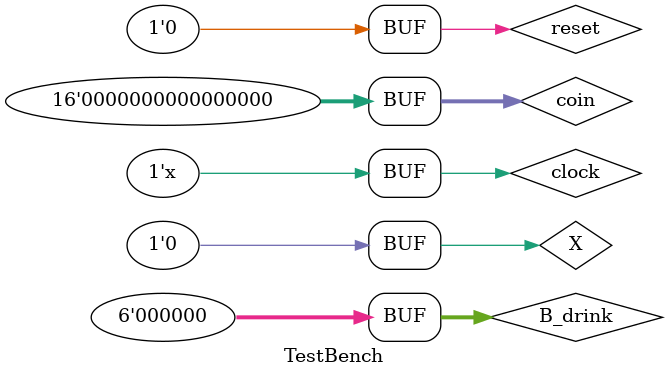
<source format=v>
module TestBench() ;
  
  reg [15:0] coin ;                    // 判斷是否有投錢
  reg clock,reset ;
  reg X ;                              // 取消
  reg      [5:0] B_drink ;             // 想買的飲料
  wire [5:0] O_drink,P_drink ;             // 吐出的飲料  
  wire [15:0] r_Coin ;
  parameter A  = 6'd10 ,                 // 飲料A
            B  = 6'd15 ,                 // 飲料B
            C  = 6'd20 ,                 // 飲料C
            D  = 6'd25 ,                 // 飲料D
			O  = 6'd0  ;                 // 買不起喇   
  VM vm( coin, X, reset, clock, B_drink, r_Coin, O_drink,P_drink ) ;

 initial clock = 1 ;
 always #5 clock = ~clock ;
	
 initial
  begin
  X = 0 ;
 
  reset = 1'b0;
  B_drink = A ; 
  coin = 15'd0 ; 

// --case1---------- //  投15元  買A  找5
    #10 // S0
    coin = 15'd10 ; // 投10
	#10
	  coin = 15'd5 ;     // 沒投錢
   #10 // S1
    B_drink = A ; // 選A飲料  
    coin = 15'd0 ;     // 沒投錢
	#10 
    #10 // S2  // output給予A飲料
	
    #10 // S3  // output找零 5塊
	
    #30 // S0
    reset = 0 ;
// ------------------------- //


//  --case2----------  //  投1元  買A  買不起喇幹  找1 元
   #10 // S0
    coin = 15'd1 ; // 投10
   #10 // S1
    B_drink = A ; // 選A飲料  
    coin = 15'd0 ;     // 沒投錢
    #10 // S2  // output給予A飲料
	reset = 1 ;
    #10 // S3  // output找零 5塊
	 reset = 0 ;
    #30 // S0
	
	//
	//  --case3----------  //  投25元  買D    找0 元
	
   #10 // S0
    #10	
	  coin = 15'd10 ; // 投10
	#10	
	  coin = 15'd5 ; // 投10
	#10 
	   coin = 15'd10 ; // 投10
   #10 // S1
    B_drink = D ; // 選D飲料飲料  
    coin = 15'd0 ;     // 投5錢
    #10 // S2  // output給予A飲料
	
    #10 // S3  // output找零 5塊
	reset = 1 ;  // 找錢喇 
    #30 // S0
	
    reset = 0 ;
	//
	
	//  --case4----------  //  投26元 找錢 
   #10 // S0
     B_drink = 0 ; // 選A飲料  
     coin = 15'd10 ; // 投10
	
	  #10 // 
	   coin = 15'd1 ; // 投1
	  #10 // 
	   coin = 15'd5 ; // 投5
      #10 // 
	    coin = 15'd5 ; // 投5
      #10 // 
	    coin = 15'd5 ; // 投5
	  #10 
	  coin = 0 ;
	  reset = 1 ;  // 找錢喇 
    #30 // S0
	
    reset = 0 ;
	//
	
  end
endmodule   
</source>
